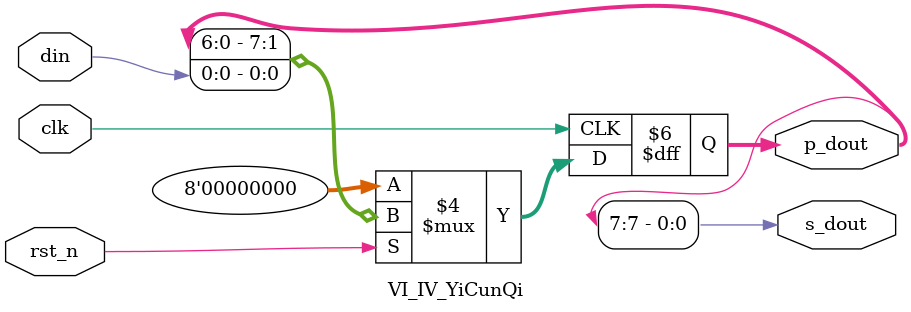
<source format=v>
module VI_IV_YiCunQi
( 
	input clk, rst_n,  
	input din,   // 串入 
	output reg [7:0] p_dout, // 并出 
	output s_dout // 串出 
); 
	always@(posedge clk) begin 
		if(!rst_n) p_dout <= 8'h00; 
		else begin 
		p_dout <= {p_dout[6:0], din}; 
		end 
	end 
assign s_dout = p_dout[7]; 
endmodule 
</source>
